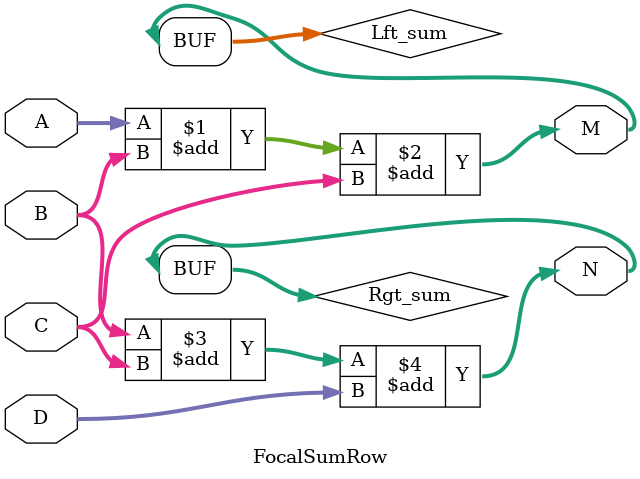
<source format=v>
module FocalSumRow(
    input  wire [3:0] A,  // 4-bit
    input  wire [3:0] B,  // 4-bit
    input  wire [3:0] C,  // 4-bit
    input  wire [3:0] D,  // 4-bit
    output wire [3:0] M,  // 4-bit
    output wire [3:0] N   // 4-bit
);

    // wire [3:0] outM, outN; // Output wires to M/N

    wire [3:0] Lft_sum = A + B + C;
    wire [3:0] Rgt_sum = B + C + D;
    
    assign M = Lft_sum;
    assign N = Rgt_sum;
endmodule
</source>
